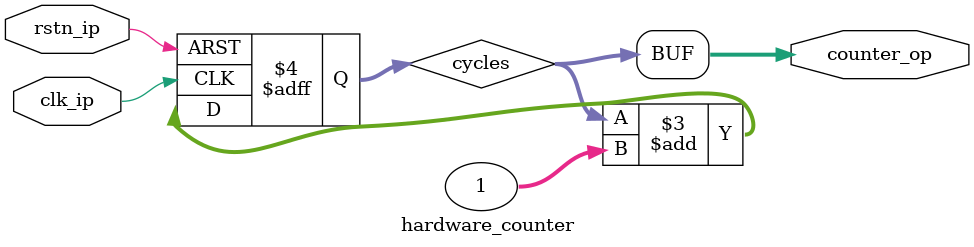
<source format=v>


module hardware_counter(
    input clk_ip,
    input rstn_ip,
    output [31:0] counter_op
);

    reg [31:0] cycles;

    always @(posedge clk_ip or negedge rstn_ip) begin
        if(!rstn_ip)begin
            cycles <= 32'd0;
        end else begin
            cycles <= cycles + 1;
        end
    end

    assign counter_op = cycles;

endmodule

</source>
